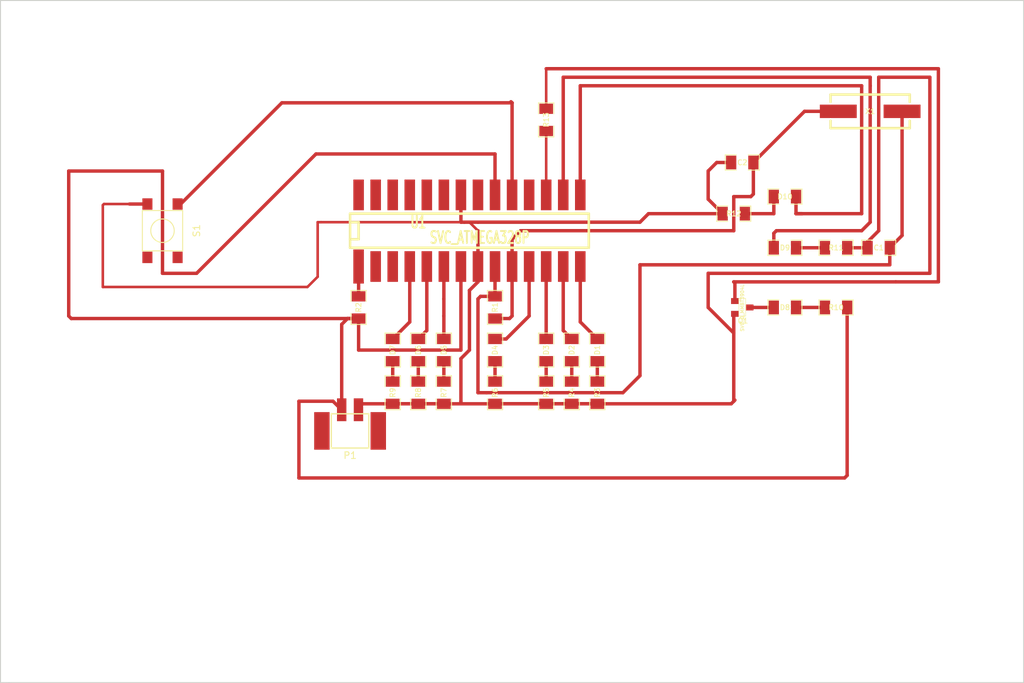
<source format=kicad_pcb>
(kicad_pcb (version 4) (host pcbnew 4.0.5+dfsg1-4)

  (general
    (links 49)
    (no_connects 0)
    (area 25.324999 25.324999 177.875001 127.075001)
    (thickness 1.6)
    (drawings 5)
    (tracks 161)
    (zones 0)
    (modules 30)
    (nets 41)
  )

  (page USLetter)
  (title_block
    (title "Nathan Rizza")
  )

  (layers
    (0 F.Cu signal)
    (31 B.Cu signal)
    (37 F.SilkS user)
    (44 Edge.Cuts user)
  )

  (setup
    (last_trace_width 0.381)
    (user_trace_width 0.508)
    (user_trace_width 0.762)
    (trace_clearance 0.2)
    (zone_clearance 0.508)
    (zone_45_only yes)
    (trace_min 0.2)
    (segment_width 0.2)
    (edge_width 0.15)
    (via_size 0.5842)
    (via_drill 0.381)
    (via_min_size 0.4)
    (via_min_drill 0.3)
    (uvia_size 0.3)
    (uvia_drill 0.1)
    (uvias_allowed no)
    (uvia_min_size 0)
    (uvia_min_drill 0)
    (pcb_text_width 0.3)
    (pcb_text_size 1.5 1.5)
    (mod_edge_width 0.15)
    (mod_text_size 1 1)
    (mod_text_width 0.15)
    (pad_size 1.524 1.524)
    (pad_drill 0.762)
    (pad_to_mask_clearance 0.2)
    (aux_axis_origin 0 0)
    (visible_elements 7FFFFFFF)
    (pcbplotparams
      (layerselection 0x00000_00000001)
      (usegerberextensions false)
      (excludeedgelayer true)
      (linewidth 0.100000)
      (plotframeref false)
      (viasonmask false)
      (mode 1)
      (useauxorigin false)
      (hpglpennumber 1)
      (hpglpenspeed 20)
      (hpglpendiameter 15)
      (hpglpenoverlay 2)
      (psnegative false)
      (psa4output false)
      (plotreference true)
      (plotvalue true)
      (plotinvisibletext false)
      (padsonsilk false)
      (subtractmaskfromsilk false)
      (outputformat 4)
      (mirror false)
      (drillshape 2)
      (scaleselection 1)
      (outputdirectory ""))
  )

  (net 0 "")
  (net 1 GND)
  (net 2 "Net-(C1-Pad2)")
  (net 3 "Net-(C2-Pad2)")
  (net 4 "Net-(D1-Pad1)")
  (net 5 "Net-(D1-Pad2)")
  (net 6 "Net-(D2-Pad1)")
  (net 7 "Net-(D2-Pad2)")
  (net 8 "Net-(D3-Pad1)")
  (net 9 "Net-(D3-Pad2)")
  (net 10 "Net-(D4-Pad1)")
  (net 11 "Net-(D4-Pad2)")
  (net 12 "Net-(D5-Pad1)")
  (net 13 "Net-(D5-Pad2)")
  (net 14 "Net-(D6-Pad1)")
  (net 15 "Net-(D6-Pad2)")
  (net 16 "Net-(D7-Pad1)")
  (net 17 "Net-(D7-Pad2)")
  (net 18 "Net-(D8-Pad1)")
  (net 19 "Net-(D8-Pad2)")
  (net 20 "Net-(D9-Pad1)")
  (net 21 "Net-(D9-Pad2)")
  (net 22 "Net-(D10-Pad1)")
  (net 23 "Net-(D10-Pad2)")
  (net 24 VCC)
  (net 25 "Net-(Q1-Pad1)")
  (net 26 "Net-(R2-Pad1)")
  (net 27 "Net-(S1-Pad4)")
  (net 28 "Net-(S1-Pad1)")
  (net 29 "Net-(S1-Pad3)")
  (net 30 "Net-(U1-Pad2)")
  (net 31 "Net-(U1-Pad3)")
  (net 32 "Net-(U1-Pad18)")
  (net 33 "Net-(U1-Pad21)")
  (net 34 "Net-(U1-Pad23)")
  (net 35 "Net-(U1-Pad24)")
  (net 36 "Net-(U1-Pad25)")
  (net 37 "Net-(U1-Pad26)")
  (net 38 "Net-(U1-Pad27)")
  (net 39 "Net-(U1-Pad28)")
  (net 40 "Net-(R13-Pad2)")

  (net_class Default "This is the default net class."
    (clearance 0.2)
    (trace_width 0.381)
    (via_dia 0.5842)
    (via_drill 0.381)
    (uvia_dia 0.3)
    (uvia_drill 0.1)
    (add_net GND)
    (add_net "Net-(C1-Pad2)")
    (add_net "Net-(C2-Pad2)")
    (add_net "Net-(D1-Pad1)")
    (add_net "Net-(D1-Pad2)")
    (add_net "Net-(D10-Pad1)")
    (add_net "Net-(D10-Pad2)")
    (add_net "Net-(D2-Pad1)")
    (add_net "Net-(D2-Pad2)")
    (add_net "Net-(D3-Pad1)")
    (add_net "Net-(D3-Pad2)")
    (add_net "Net-(D4-Pad1)")
    (add_net "Net-(D4-Pad2)")
    (add_net "Net-(D5-Pad1)")
    (add_net "Net-(D5-Pad2)")
    (add_net "Net-(D6-Pad1)")
    (add_net "Net-(D6-Pad2)")
    (add_net "Net-(D7-Pad1)")
    (add_net "Net-(D7-Pad2)")
    (add_net "Net-(D8-Pad1)")
    (add_net "Net-(D8-Pad2)")
    (add_net "Net-(D9-Pad1)")
    (add_net "Net-(D9-Pad2)")
    (add_net "Net-(Q1-Pad1)")
    (add_net "Net-(R13-Pad2)")
    (add_net "Net-(R2-Pad1)")
    (add_net "Net-(S1-Pad1)")
    (add_net "Net-(S1-Pad3)")
    (add_net "Net-(S1-Pad4)")
    (add_net "Net-(U1-Pad18)")
    (add_net "Net-(U1-Pad2)")
    (add_net "Net-(U1-Pad21)")
    (add_net "Net-(U1-Pad23)")
    (add_net "Net-(U1-Pad24)")
    (add_net "Net-(U1-Pad25)")
    (add_net "Net-(U1-Pad26)")
    (add_net "Net-(U1-Pad27)")
    (add_net "Net-(U1-Pad28)")
    (add_net "Net-(U1-Pad3)")
    (add_net VCC)
  )

  (module Electronics_Lab_Footprints:SM1206 (layer F.Cu) (tedit 42806E24) (tstamp 5B8D3768)
    (at 156.21 62.23)
    (path /5DC353A8)
    (attr smd)
    (fp_text reference C1 (at 0 0) (layer F.SilkS)
      (effects (font (size 0.762 0.762) (thickness 0.127)))
    )
    (fp_text value 22p (at 0 0) (layer F.SilkS) hide
      (effects (font (size 0.762 0.762) (thickness 0.127)))
    )
    (fp_line (start -2.54 -1.143) (end -2.54 1.143) (layer F.SilkS) (width 0.127))
    (fp_line (start -2.54 1.143) (end -0.889 1.143) (layer F.SilkS) (width 0.127))
    (fp_line (start 0.889 -1.143) (end 2.54 -1.143) (layer F.SilkS) (width 0.127))
    (fp_line (start 2.54 -1.143) (end 2.54 1.143) (layer F.SilkS) (width 0.127))
    (fp_line (start 2.54 1.143) (end 0.889 1.143) (layer F.SilkS) (width 0.127))
    (fp_line (start -0.889 -1.143) (end -2.54 -1.143) (layer F.SilkS) (width 0.127))
    (pad 1 smd rect (at -1.651 0) (size 1.524 2.032) (layers F.Cu)
      (net 1 GND))
    (pad 2 smd rect (at 1.651 0) (size 1.524 2.032) (layers F.Cu)
      (net 2 "Net-(C1-Pad2)"))
    (model smd/chip_cms.wrl
      (at (xyz 0 0 0))
      (scale (xyz 0.17 0.16 0.16))
      (rotate (xyz 0 0 0))
    )
  )

  (module Electronics_Lab_Footprints:SM1206 (layer F.Cu) (tedit 42806E24) (tstamp 5B8D376E)
    (at 135.89 49.53)
    (path /5DC35422)
    (attr smd)
    (fp_text reference C2 (at 0 0) (layer F.SilkS)
      (effects (font (size 0.762 0.762) (thickness 0.127)))
    )
    (fp_text value 22p (at 0 0) (layer F.SilkS) hide
      (effects (font (size 0.762 0.762) (thickness 0.127)))
    )
    (fp_line (start -2.54 -1.143) (end -2.54 1.143) (layer F.SilkS) (width 0.127))
    (fp_line (start -2.54 1.143) (end -0.889 1.143) (layer F.SilkS) (width 0.127))
    (fp_line (start 0.889 -1.143) (end 2.54 -1.143) (layer F.SilkS) (width 0.127))
    (fp_line (start 2.54 -1.143) (end 2.54 1.143) (layer F.SilkS) (width 0.127))
    (fp_line (start 2.54 1.143) (end 0.889 1.143) (layer F.SilkS) (width 0.127))
    (fp_line (start -0.889 -1.143) (end -2.54 -1.143) (layer F.SilkS) (width 0.127))
    (pad 1 smd rect (at -1.651 0) (size 1.524 2.032) (layers F.Cu)
      (net 1 GND))
    (pad 2 smd rect (at 1.651 0) (size 1.524 2.032) (layers F.Cu)
      (net 3 "Net-(C2-Pad2)"))
    (model smd/chip_cms.wrl
      (at (xyz 0 0 0))
      (scale (xyz 0.17 0.16 0.16))
      (rotate (xyz 0 0 0))
    )
  )

  (module Electronics_Lab_Footprints:SM1206 (layer F.Cu) (tedit 42806E24) (tstamp 5B8D3774)
    (at 114.3 77.47 270)
    (path /5DC23590)
    (attr smd)
    (fp_text reference D1 (at 0 0 270) (layer F.SilkS)
      (effects (font (size 0.762 0.762) (thickness 0.127)))
    )
    (fp_text value SVC_LED (at 0 0 270) (layer F.SilkS) hide
      (effects (font (size 0.762 0.762) (thickness 0.127)))
    )
    (fp_line (start -2.54 -1.143) (end -2.54 1.143) (layer F.SilkS) (width 0.127))
    (fp_line (start -2.54 1.143) (end -0.889 1.143) (layer F.SilkS) (width 0.127))
    (fp_line (start 0.889 -1.143) (end 2.54 -1.143) (layer F.SilkS) (width 0.127))
    (fp_line (start 2.54 -1.143) (end 2.54 1.143) (layer F.SilkS) (width 0.127))
    (fp_line (start 2.54 1.143) (end 0.889 1.143) (layer F.SilkS) (width 0.127))
    (fp_line (start -0.889 -1.143) (end -2.54 -1.143) (layer F.SilkS) (width 0.127))
    (pad 1 smd rect (at -1.651 0 270) (size 1.524 2.032) (layers F.Cu)
      (net 4 "Net-(D1-Pad1)"))
    (pad 2 smd rect (at 1.651 0 270) (size 1.524 2.032) (layers F.Cu)
      (net 5 "Net-(D1-Pad2)"))
    (model smd/chip_cms.wrl
      (at (xyz 0 0 0))
      (scale (xyz 0.17 0.16 0.16))
      (rotate (xyz 0 0 0))
    )
  )

  (module Electronics_Lab_Footprints:SM1206 (layer F.Cu) (tedit 42806E24) (tstamp 5B8D377A)
    (at 110.49 77.47 270)
    (path /5DC235CA)
    (attr smd)
    (fp_text reference D2 (at 0 0 270) (layer F.SilkS)
      (effects (font (size 0.762 0.762) (thickness 0.127)))
    )
    (fp_text value SVC_LED (at 0 0 270) (layer F.SilkS) hide
      (effects (font (size 0.762 0.762) (thickness 0.127)))
    )
    (fp_line (start -2.54 -1.143) (end -2.54 1.143) (layer F.SilkS) (width 0.127))
    (fp_line (start -2.54 1.143) (end -0.889 1.143) (layer F.SilkS) (width 0.127))
    (fp_line (start 0.889 -1.143) (end 2.54 -1.143) (layer F.SilkS) (width 0.127))
    (fp_line (start 2.54 -1.143) (end 2.54 1.143) (layer F.SilkS) (width 0.127))
    (fp_line (start 2.54 1.143) (end 0.889 1.143) (layer F.SilkS) (width 0.127))
    (fp_line (start -0.889 -1.143) (end -2.54 -1.143) (layer F.SilkS) (width 0.127))
    (pad 1 smd rect (at -1.651 0 270) (size 1.524 2.032) (layers F.Cu)
      (net 6 "Net-(D2-Pad1)"))
    (pad 2 smd rect (at 1.651 0 270) (size 1.524 2.032) (layers F.Cu)
      (net 7 "Net-(D2-Pad2)"))
    (model smd/chip_cms.wrl
      (at (xyz 0 0 0))
      (scale (xyz 0.17 0.16 0.16))
      (rotate (xyz 0 0 0))
    )
  )

  (module Electronics_Lab_Footprints:SM1206 (layer F.Cu) (tedit 42806E24) (tstamp 5B8D3780)
    (at 106.68 77.47 270)
    (path /5DC2360B)
    (attr smd)
    (fp_text reference D3 (at 0 0 270) (layer F.SilkS)
      (effects (font (size 0.762 0.762) (thickness 0.127)))
    )
    (fp_text value SVC_LED (at 0 0 270) (layer F.SilkS) hide
      (effects (font (size 0.762 0.762) (thickness 0.127)))
    )
    (fp_line (start -2.54 -1.143) (end -2.54 1.143) (layer F.SilkS) (width 0.127))
    (fp_line (start -2.54 1.143) (end -0.889 1.143) (layer F.SilkS) (width 0.127))
    (fp_line (start 0.889 -1.143) (end 2.54 -1.143) (layer F.SilkS) (width 0.127))
    (fp_line (start 2.54 -1.143) (end 2.54 1.143) (layer F.SilkS) (width 0.127))
    (fp_line (start 2.54 1.143) (end 0.889 1.143) (layer F.SilkS) (width 0.127))
    (fp_line (start -0.889 -1.143) (end -2.54 -1.143) (layer F.SilkS) (width 0.127))
    (pad 1 smd rect (at -1.651 0 270) (size 1.524 2.032) (layers F.Cu)
      (net 8 "Net-(D3-Pad1)"))
    (pad 2 smd rect (at 1.651 0 270) (size 1.524 2.032) (layers F.Cu)
      (net 9 "Net-(D3-Pad2)"))
    (model smd/chip_cms.wrl
      (at (xyz 0 0 0))
      (scale (xyz 0.17 0.16 0.16))
      (rotate (xyz 0 0 0))
    )
  )

  (module Electronics_Lab_Footprints:SM1206 (layer F.Cu) (tedit 42806E24) (tstamp 5B8D3786)
    (at 99.06 77.47 270)
    (path /5DC236EE)
    (attr smd)
    (fp_text reference D4 (at 0 0 270) (layer F.SilkS)
      (effects (font (size 0.762 0.762) (thickness 0.127)))
    )
    (fp_text value SVC_LED (at 0 0 270) (layer F.SilkS) hide
      (effects (font (size 0.762 0.762) (thickness 0.127)))
    )
    (fp_line (start -2.54 -1.143) (end -2.54 1.143) (layer F.SilkS) (width 0.127))
    (fp_line (start -2.54 1.143) (end -0.889 1.143) (layer F.SilkS) (width 0.127))
    (fp_line (start 0.889 -1.143) (end 2.54 -1.143) (layer F.SilkS) (width 0.127))
    (fp_line (start 2.54 -1.143) (end 2.54 1.143) (layer F.SilkS) (width 0.127))
    (fp_line (start 2.54 1.143) (end 0.889 1.143) (layer F.SilkS) (width 0.127))
    (fp_line (start -0.889 -1.143) (end -2.54 -1.143) (layer F.SilkS) (width 0.127))
    (pad 1 smd rect (at -1.651 0 270) (size 1.524 2.032) (layers F.Cu)
      (net 10 "Net-(D4-Pad1)"))
    (pad 2 smd rect (at 1.651 0 270) (size 1.524 2.032) (layers F.Cu)
      (net 11 "Net-(D4-Pad2)"))
    (model smd/chip_cms.wrl
      (at (xyz 0 0 0))
      (scale (xyz 0.17 0.16 0.16))
      (rotate (xyz 0 0 0))
    )
  )

  (module Electronics_Lab_Footprints:SM1206 (layer F.Cu) (tedit 5B8D3C64) (tstamp 5B8D378C)
    (at 91.44 77.47 270)
    (path /5DC23711)
    (attr smd)
    (fp_text reference D5 (at 0 0 270) (layer F.SilkS)
      (effects (font (size 0.762 0.762) (thickness 0.127)))
    )
    (fp_text value SVC_LED (at 0 0 360) (layer F.SilkS) hide
      (effects (font (size 0.762 0.762) (thickness 0.127)))
    )
    (fp_line (start -2.54 -1.143) (end -2.54 1.143) (layer F.SilkS) (width 0.127))
    (fp_line (start -2.54 1.143) (end -0.889 1.143) (layer F.SilkS) (width 0.127))
    (fp_line (start 0.889 -1.143) (end 2.54 -1.143) (layer F.SilkS) (width 0.127))
    (fp_line (start 2.54 -1.143) (end 2.54 1.143) (layer F.SilkS) (width 0.127))
    (fp_line (start 2.54 1.143) (end 0.889 1.143) (layer F.SilkS) (width 0.127))
    (fp_line (start -0.889 -1.143) (end -2.54 -1.143) (layer F.SilkS) (width 0.127))
    (pad 1 smd rect (at -1.651 0 270) (size 1.524 2.032) (layers F.Cu)
      (net 12 "Net-(D5-Pad1)"))
    (pad 2 smd rect (at 1.651 0 270) (size 1.524 2.032) (layers F.Cu)
      (net 13 "Net-(D5-Pad2)"))
    (model smd/chip_cms.wrl
      (at (xyz 0 0 0))
      (scale (xyz 0.17 0.16 0.16))
      (rotate (xyz 0 0 0))
    )
  )

  (module Electronics_Lab_Footprints:SM1206 (layer F.Cu) (tedit 42806E24) (tstamp 5B8D3792)
    (at 87.63 77.47 270)
    (path /5DC23737)
    (attr smd)
    (fp_text reference D6 (at 0 0 270) (layer F.SilkS)
      (effects (font (size 0.762 0.762) (thickness 0.127)))
    )
    (fp_text value SVC_LED (at 0 0 270) (layer F.SilkS) hide
      (effects (font (size 0.762 0.762) (thickness 0.127)))
    )
    (fp_line (start -2.54 -1.143) (end -2.54 1.143) (layer F.SilkS) (width 0.127))
    (fp_line (start -2.54 1.143) (end -0.889 1.143) (layer F.SilkS) (width 0.127))
    (fp_line (start 0.889 -1.143) (end 2.54 -1.143) (layer F.SilkS) (width 0.127))
    (fp_line (start 2.54 -1.143) (end 2.54 1.143) (layer F.SilkS) (width 0.127))
    (fp_line (start 2.54 1.143) (end 0.889 1.143) (layer F.SilkS) (width 0.127))
    (fp_line (start -0.889 -1.143) (end -2.54 -1.143) (layer F.SilkS) (width 0.127))
    (pad 1 smd rect (at -1.651 0 270) (size 1.524 2.032) (layers F.Cu)
      (net 14 "Net-(D6-Pad1)"))
    (pad 2 smd rect (at 1.651 0 270) (size 1.524 2.032) (layers F.Cu)
      (net 15 "Net-(D6-Pad2)"))
    (model smd/chip_cms.wrl
      (at (xyz 0 0 0))
      (scale (xyz 0.17 0.16 0.16))
      (rotate (xyz 0 0 0))
    )
  )

  (module Electronics_Lab_Footprints:SM1206 (layer F.Cu) (tedit 42806E24) (tstamp 5B8D3798)
    (at 83.82 77.47 270)
    (path /5DC237BA)
    (attr smd)
    (fp_text reference D7 (at 0 0 270) (layer F.SilkS)
      (effects (font (size 0.762 0.762) (thickness 0.127)))
    )
    (fp_text value SVC_LED (at 0 0 270) (layer F.SilkS) hide
      (effects (font (size 0.762 0.762) (thickness 0.127)))
    )
    (fp_line (start -2.54 -1.143) (end -2.54 1.143) (layer F.SilkS) (width 0.127))
    (fp_line (start -2.54 1.143) (end -0.889 1.143) (layer F.SilkS) (width 0.127))
    (fp_line (start 0.889 -1.143) (end 2.54 -1.143) (layer F.SilkS) (width 0.127))
    (fp_line (start 2.54 -1.143) (end 2.54 1.143) (layer F.SilkS) (width 0.127))
    (fp_line (start 2.54 1.143) (end 0.889 1.143) (layer F.SilkS) (width 0.127))
    (fp_line (start -0.889 -1.143) (end -2.54 -1.143) (layer F.SilkS) (width 0.127))
    (pad 1 smd rect (at -1.651 0 270) (size 1.524 2.032) (layers F.Cu)
      (net 16 "Net-(D7-Pad1)"))
    (pad 2 smd rect (at 1.651 0 270) (size 1.524 2.032) (layers F.Cu)
      (net 17 "Net-(D7-Pad2)"))
    (model smd/chip_cms.wrl
      (at (xyz 0 0 0))
      (scale (xyz 0.17 0.16 0.16))
      (rotate (xyz 0 0 0))
    )
  )

  (module Electronics_Lab_Footprints:SM1206 (layer F.Cu) (tedit 42806E24) (tstamp 5B8D379E)
    (at 142.24 71.12 180)
    (path /5DC3853F)
    (attr smd)
    (fp_text reference D8 (at 0 0 180) (layer F.SilkS)
      (effects (font (size 0.762 0.762) (thickness 0.127)))
    )
    (fp_text value SVC_LED (at 0 0 180) (layer F.SilkS) hide
      (effects (font (size 0.762 0.762) (thickness 0.127)))
    )
    (fp_line (start -2.54 -1.143) (end -2.54 1.143) (layer F.SilkS) (width 0.127))
    (fp_line (start -2.54 1.143) (end -0.889 1.143) (layer F.SilkS) (width 0.127))
    (fp_line (start 0.889 -1.143) (end 2.54 -1.143) (layer F.SilkS) (width 0.127))
    (fp_line (start 2.54 -1.143) (end 2.54 1.143) (layer F.SilkS) (width 0.127))
    (fp_line (start 2.54 1.143) (end 0.889 1.143) (layer F.SilkS) (width 0.127))
    (fp_line (start -0.889 -1.143) (end -2.54 -1.143) (layer F.SilkS) (width 0.127))
    (pad 1 smd rect (at -1.651 0 180) (size 1.524 2.032) (layers F.Cu)
      (net 18 "Net-(D8-Pad1)"))
    (pad 2 smd rect (at 1.651 0 180) (size 1.524 2.032) (layers F.Cu)
      (net 19 "Net-(D8-Pad2)"))
    (model smd/chip_cms.wrl
      (at (xyz 0 0 0))
      (scale (xyz 0.17 0.16 0.16))
      (rotate (xyz 0 0 0))
    )
  )

  (module Electronics_Lab_Footprints:SM1206 (layer F.Cu) (tedit 42806E24) (tstamp 5B8D37A4)
    (at 142.24 62.23)
    (path /5DC38545)
    (attr smd)
    (fp_text reference D9 (at 0 0) (layer F.SilkS)
      (effects (font (size 0.762 0.762) (thickness 0.127)))
    )
    (fp_text value SVC_LED (at 0 0) (layer F.SilkS) hide
      (effects (font (size 0.762 0.762) (thickness 0.127)))
    )
    (fp_line (start -2.54 -1.143) (end -2.54 1.143) (layer F.SilkS) (width 0.127))
    (fp_line (start -2.54 1.143) (end -0.889 1.143) (layer F.SilkS) (width 0.127))
    (fp_line (start 0.889 -1.143) (end 2.54 -1.143) (layer F.SilkS) (width 0.127))
    (fp_line (start 2.54 -1.143) (end 2.54 1.143) (layer F.SilkS) (width 0.127))
    (fp_line (start 2.54 1.143) (end 0.889 1.143) (layer F.SilkS) (width 0.127))
    (fp_line (start -0.889 -1.143) (end -2.54 -1.143) (layer F.SilkS) (width 0.127))
    (pad 1 smd rect (at -1.651 0) (size 1.524 2.032) (layers F.Cu)
      (net 20 "Net-(D9-Pad1)"))
    (pad 2 smd rect (at 1.651 0) (size 1.524 2.032) (layers F.Cu)
      (net 21 "Net-(D9-Pad2)"))
    (model smd/chip_cms.wrl
      (at (xyz 0 0 0))
      (scale (xyz 0.17 0.16 0.16))
      (rotate (xyz 0 0 0))
    )
  )

  (module Electronics_Lab_Footprints:SM1206 (layer F.Cu) (tedit 42806E24) (tstamp 5B8D37AA)
    (at 142.24 54.61 180)
    (path /5DC3854B)
    (attr smd)
    (fp_text reference D10 (at 0 0 180) (layer F.SilkS)
      (effects (font (size 0.762 0.762) (thickness 0.127)))
    )
    (fp_text value SVC_LED (at 0 0 180) (layer F.SilkS) hide
      (effects (font (size 0.762 0.762) (thickness 0.127)))
    )
    (fp_line (start -2.54 -1.143) (end -2.54 1.143) (layer F.SilkS) (width 0.127))
    (fp_line (start -2.54 1.143) (end -0.889 1.143) (layer F.SilkS) (width 0.127))
    (fp_line (start 0.889 -1.143) (end 2.54 -1.143) (layer F.SilkS) (width 0.127))
    (fp_line (start 2.54 -1.143) (end 2.54 1.143) (layer F.SilkS) (width 0.127))
    (fp_line (start 2.54 1.143) (end 0.889 1.143) (layer F.SilkS) (width 0.127))
    (fp_line (start -0.889 -1.143) (end -2.54 -1.143) (layer F.SilkS) (width 0.127))
    (pad 1 smd rect (at -1.651 0 180) (size 1.524 2.032) (layers F.Cu)
      (net 22 "Net-(D10-Pad1)"))
    (pad 2 smd rect (at 1.651 0 180) (size 1.524 2.032) (layers F.Cu)
      (net 23 "Net-(D10-Pad2)"))
    (model smd/chip_cms.wrl
      (at (xyz 0 0 0))
      (scale (xyz 0.17 0.16 0.16))
      (rotate (xyz 0 0 0))
    )
  )

  (module Electronics_Lab_Footprints:2-PIN-Power (layer F.Cu) (tedit 5936FAE5) (tstamp 5B8D37B2)
    (at 77.47 86.36)
    (path /5DC35F6B)
    (fp_text reference P1 (at 0 6.8) (layer F.SilkS)
      (effects (font (size 1 1) (thickness 0.15)))
    )
    (fp_text value SVC_CONN_2PIN (at 0.1 -2.7) (layer F.Fab)
      (effects (font (size 1 1) (thickness 0.15)))
    )
    (fp_line (start -2.8 0.6) (end 2.8 0.6) (layer F.SilkS) (width 0.2))
    (fp_line (start 2.8 0.6) (end 2.8 5.7) (layer F.SilkS) (width 0.2))
    (fp_line (start 2.8 5.7) (end -2.8 5.7) (layer F.SilkS) (width 0.2))
    (fp_line (start -2.8 5.7) (end -2.8 0.6) (layer F.SilkS) (width 0.2))
    (pad "" smd rect (at -4.2 3.15) (size 2.3 5.6) (layers F.Cu))
    (pad 1 smd rect (at -1.25 0) (size 1.4 3.4) (layers F.Cu)
      (net 24 VCC))
    (pad 2 smd rect (at 1.25 0) (size 1.4 3.4) (layers F.Cu)
      (net 1 GND))
    (pad "" smd rect (at 4.2 3.15) (size 2.3 5.6) (layers F.Cu))
  )

  (module Electronics_Lab_Footprints:SOT23 (layer F.Cu) (tedit 59023715) (tstamp 5B8D37B9)
    (at 135.89 71.12 270)
    (tags SOT23)
    (path /5DC44377)
    (fp_text reference Q1 (at 1.99898 -0.09906 360) (layer F.SilkS)
      (effects (font (size 0.762 0.762) (thickness 0.11938)))
    )
    (fp_text value SVC_Q_MMBT3904L (at 0.0635 0 270) (layer F.SilkS)
      (effects (font (size 0.50038 0.50038) (thickness 0.09906)))
    )
    (fp_circle (center -1.17602 0.35052) (end -1.30048 0.44958) (layer F.SilkS) (width 0.07874))
    (fp_line (start 1.27 -0.508) (end 1.27 0.508) (layer F.SilkS) (width 0.07874))
    (fp_line (start -1.3335 -0.508) (end -1.3335 0.508) (layer F.SilkS) (width 0.07874))
    (fp_line (start 1.27 0.508) (end -1.3335 0.508) (layer F.SilkS) (width 0.07874))
    (fp_line (start -1.3335 -0.508) (end 1.27 -0.508) (layer F.SilkS) (width 0.07874))
    (pad 3 smd rect (at 0 -1.09982 270) (size 0.889 1.143) (layers F.Cu)
      (net 19 "Net-(D8-Pad2)"))
    (pad 2 smd rect (at 0.9525 1.09982 270) (size 0.889 1.143) (layers F.Cu)
      (net 1 GND))
    (pad 1 smd rect (at -0.9525 1.09982 270) (size 0.889 1.143) (layers F.Cu)
      (net 25 "Net-(Q1-Pad1)"))
    (model smd\SOT23_3.wrl
      (at (xyz 0 0 0))
      (scale (xyz 0.4 0.4 0.4))
      (rotate (xyz 0 0 180))
    )
  )

  (module Electronics_Lab_Footprints:SM1206 (layer F.Cu) (tedit 42806E24) (tstamp 5B8D37BF)
    (at 99.06 71.12 270)
    (path /5DC357C4)
    (attr smd)
    (fp_text reference R1 (at 0 0 270) (layer F.SilkS)
      (effects (font (size 0.762 0.762) (thickness 0.127)))
    )
    (fp_text value 1M (at 0 0 270) (layer F.SilkS) hide
      (effects (font (size 0.762 0.762) (thickness 0.127)))
    )
    (fp_line (start -2.54 -1.143) (end -2.54 1.143) (layer F.SilkS) (width 0.127))
    (fp_line (start -2.54 1.143) (end -0.889 1.143) (layer F.SilkS) (width 0.127))
    (fp_line (start 0.889 -1.143) (end 2.54 -1.143) (layer F.SilkS) (width 0.127))
    (fp_line (start 2.54 -1.143) (end 2.54 1.143) (layer F.SilkS) (width 0.127))
    (fp_line (start 2.54 1.143) (end 0.889 1.143) (layer F.SilkS) (width 0.127))
    (fp_line (start -0.889 -1.143) (end -2.54 -1.143) (layer F.SilkS) (width 0.127))
    (pad 1 smd rect (at -1.651 0 270) (size 1.524 2.032) (layers F.Cu)
      (net 2 "Net-(C1-Pad2)"))
    (pad 2 smd rect (at 1.651 0 270) (size 1.524 2.032) (layers F.Cu)
      (net 3 "Net-(C2-Pad2)"))
    (model smd/chip_cms.wrl
      (at (xyz 0 0 0))
      (scale (xyz 0.17 0.16 0.16))
      (rotate (xyz 0 0 0))
    )
  )

  (module Electronics_Lab_Footprints:SM1206 (layer F.Cu) (tedit 42806E24) (tstamp 5B8D37C5)
    (at 78.74 71.12 270)
    (path /5DC34B66)
    (attr smd)
    (fp_text reference R2 (at 0 0 270) (layer F.SilkS)
      (effects (font (size 0.762 0.762) (thickness 0.127)))
    )
    (fp_text value 10k (at 0 0 270) (layer F.SilkS) hide
      (effects (font (size 0.762 0.762) (thickness 0.127)))
    )
    (fp_line (start -2.54 -1.143) (end -2.54 1.143) (layer F.SilkS) (width 0.127))
    (fp_line (start -2.54 1.143) (end -0.889 1.143) (layer F.SilkS) (width 0.127))
    (fp_line (start 0.889 -1.143) (end 2.54 -1.143) (layer F.SilkS) (width 0.127))
    (fp_line (start 2.54 -1.143) (end 2.54 1.143) (layer F.SilkS) (width 0.127))
    (fp_line (start 2.54 1.143) (end 0.889 1.143) (layer F.SilkS) (width 0.127))
    (fp_line (start -0.889 -1.143) (end -2.54 -1.143) (layer F.SilkS) (width 0.127))
    (pad 1 smd rect (at -1.651 0 270) (size 1.524 2.032) (layers F.Cu)
      (net 26 "Net-(R2-Pad1)"))
    (pad 2 smd rect (at 1.651 0 270) (size 1.524 2.032) (layers F.Cu)
      (net 24 VCC))
    (model smd/chip_cms.wrl
      (at (xyz 0 0 0))
      (scale (xyz 0.17 0.16 0.16))
      (rotate (xyz 0 0 0))
    )
  )

  (module Electronics_Lab_Footprints:SM1206 (layer F.Cu) (tedit 42806E24) (tstamp 5B8D37CB)
    (at 114.3 83.82 90)
    (path /5DC23CE1)
    (attr smd)
    (fp_text reference R3 (at 0 0 90) (layer F.SilkS)
      (effects (font (size 0.762 0.762) (thickness 0.127)))
    )
    (fp_text value 330 (at 0 0 90) (layer F.SilkS) hide
      (effects (font (size 0.762 0.762) (thickness 0.127)))
    )
    (fp_line (start -2.54 -1.143) (end -2.54 1.143) (layer F.SilkS) (width 0.127))
    (fp_line (start -2.54 1.143) (end -0.889 1.143) (layer F.SilkS) (width 0.127))
    (fp_line (start 0.889 -1.143) (end 2.54 -1.143) (layer F.SilkS) (width 0.127))
    (fp_line (start 2.54 -1.143) (end 2.54 1.143) (layer F.SilkS) (width 0.127))
    (fp_line (start 2.54 1.143) (end 0.889 1.143) (layer F.SilkS) (width 0.127))
    (fp_line (start -0.889 -1.143) (end -2.54 -1.143) (layer F.SilkS) (width 0.127))
    (pad 1 smd rect (at -1.651 0 90) (size 1.524 2.032) (layers F.Cu)
      (net 1 GND))
    (pad 2 smd rect (at 1.651 0 90) (size 1.524 2.032) (layers F.Cu)
      (net 5 "Net-(D1-Pad2)"))
    (model smd/chip_cms.wrl
      (at (xyz 0 0 0))
      (scale (xyz 0.17 0.16 0.16))
      (rotate (xyz 0 0 0))
    )
  )

  (module Electronics_Lab_Footprints:SM1206 (layer F.Cu) (tedit 42806E24) (tstamp 5B8D37D1)
    (at 110.49 83.82 90)
    (path /5DC342B0)
    (attr smd)
    (fp_text reference R4 (at 0 0 90) (layer F.SilkS)
      (effects (font (size 0.762 0.762) (thickness 0.127)))
    )
    (fp_text value 330 (at 0 0 90) (layer F.SilkS) hide
      (effects (font (size 0.762 0.762) (thickness 0.127)))
    )
    (fp_line (start -2.54 -1.143) (end -2.54 1.143) (layer F.SilkS) (width 0.127))
    (fp_line (start -2.54 1.143) (end -0.889 1.143) (layer F.SilkS) (width 0.127))
    (fp_line (start 0.889 -1.143) (end 2.54 -1.143) (layer F.SilkS) (width 0.127))
    (fp_line (start 2.54 -1.143) (end 2.54 1.143) (layer F.SilkS) (width 0.127))
    (fp_line (start 2.54 1.143) (end 0.889 1.143) (layer F.SilkS) (width 0.127))
    (fp_line (start -0.889 -1.143) (end -2.54 -1.143) (layer F.SilkS) (width 0.127))
    (pad 1 smd rect (at -1.651 0 90) (size 1.524 2.032) (layers F.Cu)
      (net 1 GND))
    (pad 2 smd rect (at 1.651 0 90) (size 1.524 2.032) (layers F.Cu)
      (net 7 "Net-(D2-Pad2)"))
    (model smd/chip_cms.wrl
      (at (xyz 0 0 0))
      (scale (xyz 0.17 0.16 0.16))
      (rotate (xyz 0 0 0))
    )
  )

  (module Electronics_Lab_Footprints:SM1206 (layer F.Cu) (tedit 42806E24) (tstamp 5B8D37D7)
    (at 106.68 83.82 90)
    (path /5DC3434C)
    (attr smd)
    (fp_text reference R5 (at 0 0 90) (layer F.SilkS)
      (effects (font (size 0.762 0.762) (thickness 0.127)))
    )
    (fp_text value 330 (at 0 0 90) (layer F.SilkS) hide
      (effects (font (size 0.762 0.762) (thickness 0.127)))
    )
    (fp_line (start -2.54 -1.143) (end -2.54 1.143) (layer F.SilkS) (width 0.127))
    (fp_line (start -2.54 1.143) (end -0.889 1.143) (layer F.SilkS) (width 0.127))
    (fp_line (start 0.889 -1.143) (end 2.54 -1.143) (layer F.SilkS) (width 0.127))
    (fp_line (start 2.54 -1.143) (end 2.54 1.143) (layer F.SilkS) (width 0.127))
    (fp_line (start 2.54 1.143) (end 0.889 1.143) (layer F.SilkS) (width 0.127))
    (fp_line (start -0.889 -1.143) (end -2.54 -1.143) (layer F.SilkS) (width 0.127))
    (pad 1 smd rect (at -1.651 0 90) (size 1.524 2.032) (layers F.Cu)
      (net 1 GND))
    (pad 2 smd rect (at 1.651 0 90) (size 1.524 2.032) (layers F.Cu)
      (net 9 "Net-(D3-Pad2)"))
    (model smd/chip_cms.wrl
      (at (xyz 0 0 0))
      (scale (xyz 0.17 0.16 0.16))
      (rotate (xyz 0 0 0))
    )
  )

  (module Electronics_Lab_Footprints:SM1206 (layer F.Cu) (tedit 42806E24) (tstamp 5B8D37DD)
    (at 99.06 83.82 90)
    (path /5DC34352)
    (attr smd)
    (fp_text reference R6 (at 0 0 90) (layer F.SilkS)
      (effects (font (size 0.762 0.762) (thickness 0.127)))
    )
    (fp_text value 330 (at 0 0 90) (layer F.SilkS) hide
      (effects (font (size 0.762 0.762) (thickness 0.127)))
    )
    (fp_line (start -2.54 -1.143) (end -2.54 1.143) (layer F.SilkS) (width 0.127))
    (fp_line (start -2.54 1.143) (end -0.889 1.143) (layer F.SilkS) (width 0.127))
    (fp_line (start 0.889 -1.143) (end 2.54 -1.143) (layer F.SilkS) (width 0.127))
    (fp_line (start 2.54 -1.143) (end 2.54 1.143) (layer F.SilkS) (width 0.127))
    (fp_line (start 2.54 1.143) (end 0.889 1.143) (layer F.SilkS) (width 0.127))
    (fp_line (start -0.889 -1.143) (end -2.54 -1.143) (layer F.SilkS) (width 0.127))
    (pad 1 smd rect (at -1.651 0 90) (size 1.524 2.032) (layers F.Cu)
      (net 1 GND))
    (pad 2 smd rect (at 1.651 0 90) (size 1.524 2.032) (layers F.Cu)
      (net 11 "Net-(D4-Pad2)"))
    (model smd/chip_cms.wrl
      (at (xyz 0 0 0))
      (scale (xyz 0.17 0.16 0.16))
      (rotate (xyz 0 0 0))
    )
  )

  (module Electronics_Lab_Footprints:SM1206 (layer F.Cu) (tedit 42806E24) (tstamp 5B8D37E3)
    (at 91.44 83.82 90)
    (path /5DC3447B)
    (attr smd)
    (fp_text reference R7 (at 0 0 90) (layer F.SilkS)
      (effects (font (size 0.762 0.762) (thickness 0.127)))
    )
    (fp_text value 330 (at 0 0 90) (layer F.SilkS) hide
      (effects (font (size 0.762 0.762) (thickness 0.127)))
    )
    (fp_line (start -2.54 -1.143) (end -2.54 1.143) (layer F.SilkS) (width 0.127))
    (fp_line (start -2.54 1.143) (end -0.889 1.143) (layer F.SilkS) (width 0.127))
    (fp_line (start 0.889 -1.143) (end 2.54 -1.143) (layer F.SilkS) (width 0.127))
    (fp_line (start 2.54 -1.143) (end 2.54 1.143) (layer F.SilkS) (width 0.127))
    (fp_line (start 2.54 1.143) (end 0.889 1.143) (layer F.SilkS) (width 0.127))
    (fp_line (start -0.889 -1.143) (end -2.54 -1.143) (layer F.SilkS) (width 0.127))
    (pad 1 smd rect (at -1.651 0 90) (size 1.524 2.032) (layers F.Cu)
      (net 1 GND))
    (pad 2 smd rect (at 1.651 0 90) (size 1.524 2.032) (layers F.Cu)
      (net 13 "Net-(D5-Pad2)"))
    (model smd/chip_cms.wrl
      (at (xyz 0 0 0))
      (scale (xyz 0.17 0.16 0.16))
      (rotate (xyz 0 0 0))
    )
  )

  (module Electronics_Lab_Footprints:SM1206 (layer F.Cu) (tedit 42806E24) (tstamp 5B8D37E9)
    (at 87.63 83.82 90)
    (path /5DC34481)
    (attr smd)
    (fp_text reference R8 (at 0 0 90) (layer F.SilkS)
      (effects (font (size 0.762 0.762) (thickness 0.127)))
    )
    (fp_text value 330 (at 0 0 90) (layer F.SilkS) hide
      (effects (font (size 0.762 0.762) (thickness 0.127)))
    )
    (fp_line (start -2.54 -1.143) (end -2.54 1.143) (layer F.SilkS) (width 0.127))
    (fp_line (start -2.54 1.143) (end -0.889 1.143) (layer F.SilkS) (width 0.127))
    (fp_line (start 0.889 -1.143) (end 2.54 -1.143) (layer F.SilkS) (width 0.127))
    (fp_line (start 2.54 -1.143) (end 2.54 1.143) (layer F.SilkS) (width 0.127))
    (fp_line (start 2.54 1.143) (end 0.889 1.143) (layer F.SilkS) (width 0.127))
    (fp_line (start -0.889 -1.143) (end -2.54 -1.143) (layer F.SilkS) (width 0.127))
    (pad 1 smd rect (at -1.651 0 90) (size 1.524 2.032) (layers F.Cu)
      (net 1 GND))
    (pad 2 smd rect (at 1.651 0 90) (size 1.524 2.032) (layers F.Cu)
      (net 15 "Net-(D6-Pad2)"))
    (model smd/chip_cms.wrl
      (at (xyz 0 0 0))
      (scale (xyz 0.17 0.16 0.16))
      (rotate (xyz 0 0 0))
    )
  )

  (module Electronics_Lab_Footprints:SM1206 (layer F.Cu) (tedit 42806E24) (tstamp 5B8D37EF)
    (at 83.82 83.82 90)
    (path /5DC3450C)
    (attr smd)
    (fp_text reference R9 (at 0 0 90) (layer F.SilkS)
      (effects (font (size 0.762 0.762) (thickness 0.127)))
    )
    (fp_text value 330 (at 0 0 90) (layer F.SilkS) hide
      (effects (font (size 0.762 0.762) (thickness 0.127)))
    )
    (fp_line (start -2.54 -1.143) (end -2.54 1.143) (layer F.SilkS) (width 0.127))
    (fp_line (start -2.54 1.143) (end -0.889 1.143) (layer F.SilkS) (width 0.127))
    (fp_line (start 0.889 -1.143) (end 2.54 -1.143) (layer F.SilkS) (width 0.127))
    (fp_line (start 2.54 -1.143) (end 2.54 1.143) (layer F.SilkS) (width 0.127))
    (fp_line (start 2.54 1.143) (end 0.889 1.143) (layer F.SilkS) (width 0.127))
    (fp_line (start -0.889 -1.143) (end -2.54 -1.143) (layer F.SilkS) (width 0.127))
    (pad 1 smd rect (at -1.651 0 90) (size 1.524 2.032) (layers F.Cu)
      (net 1 GND))
    (pad 2 smd rect (at 1.651 0 90) (size 1.524 2.032) (layers F.Cu)
      (net 17 "Net-(D7-Pad2)"))
    (model smd/chip_cms.wrl
      (at (xyz 0 0 0))
      (scale (xyz 0.17 0.16 0.16))
      (rotate (xyz 0 0 0))
    )
  )

  (module Electronics_Lab_Footprints:SM1206 (layer F.Cu) (tedit 42806E24) (tstamp 5B8D37F5)
    (at 149.86 71.12)
    (path /5DC38551)
    (attr smd)
    (fp_text reference R10 (at 0 0) (layer F.SilkS)
      (effects (font (size 0.762 0.762) (thickness 0.127)))
    )
    (fp_text value 330 (at 0 0) (layer F.SilkS) hide
      (effects (font (size 0.762 0.762) (thickness 0.127)))
    )
    (fp_line (start -2.54 -1.143) (end -2.54 1.143) (layer F.SilkS) (width 0.127))
    (fp_line (start -2.54 1.143) (end -0.889 1.143) (layer F.SilkS) (width 0.127))
    (fp_line (start 0.889 -1.143) (end 2.54 -1.143) (layer F.SilkS) (width 0.127))
    (fp_line (start 2.54 -1.143) (end 2.54 1.143) (layer F.SilkS) (width 0.127))
    (fp_line (start 2.54 1.143) (end 0.889 1.143) (layer F.SilkS) (width 0.127))
    (fp_line (start -0.889 -1.143) (end -2.54 -1.143) (layer F.SilkS) (width 0.127))
    (pad 1 smd rect (at -1.651 0) (size 1.524 2.032) (layers F.Cu)
      (net 18 "Net-(D8-Pad1)"))
    (pad 2 smd rect (at 1.651 0) (size 1.524 2.032) (layers F.Cu)
      (net 24 VCC))
    (model smd/chip_cms.wrl
      (at (xyz 0 0 0))
      (scale (xyz 0.17 0.16 0.16))
      (rotate (xyz 0 0 0))
    )
  )

  (module Electronics_Lab_Footprints:SM1206 (layer F.Cu) (tedit 42806E24) (tstamp 5B8D37FB)
    (at 149.86 62.23 180)
    (path /5DC38557)
    (attr smd)
    (fp_text reference R11 (at 0 0 180) (layer F.SilkS)
      (effects (font (size 0.762 0.762) (thickness 0.127)))
    )
    (fp_text value 330 (at 0 0 180) (layer F.SilkS) hide
      (effects (font (size 0.762 0.762) (thickness 0.127)))
    )
    (fp_line (start -2.54 -1.143) (end -2.54 1.143) (layer F.SilkS) (width 0.127))
    (fp_line (start -2.54 1.143) (end -0.889 1.143) (layer F.SilkS) (width 0.127))
    (fp_line (start 0.889 -1.143) (end 2.54 -1.143) (layer F.SilkS) (width 0.127))
    (fp_line (start 2.54 -1.143) (end 2.54 1.143) (layer F.SilkS) (width 0.127))
    (fp_line (start 2.54 1.143) (end 0.889 1.143) (layer F.SilkS) (width 0.127))
    (fp_line (start -0.889 -1.143) (end -2.54 -1.143) (layer F.SilkS) (width 0.127))
    (pad 1 smd rect (at -1.651 0 180) (size 1.524 2.032) (layers F.Cu)
      (net 1 GND))
    (pad 2 smd rect (at 1.651 0 180) (size 1.524 2.032) (layers F.Cu)
      (net 21 "Net-(D9-Pad2)"))
    (model smd/chip_cms.wrl
      (at (xyz 0 0 0))
      (scale (xyz 0.17 0.16 0.16))
      (rotate (xyz 0 0 0))
    )
  )

  (module Electronics_Lab_Footprints:SM1206 (layer F.Cu) (tedit 42806E24) (tstamp 5B8D3801)
    (at 134.62 57.15)
    (path /5DC3855D)
    (attr smd)
    (fp_text reference R12 (at 0 0) (layer F.SilkS)
      (effects (font (size 0.762 0.762) (thickness 0.127)))
    )
    (fp_text value 330 (at 0 0) (layer F.SilkS) hide
      (effects (font (size 0.762 0.762) (thickness 0.127)))
    )
    (fp_line (start -2.54 -1.143) (end -2.54 1.143) (layer F.SilkS) (width 0.127))
    (fp_line (start -2.54 1.143) (end -0.889 1.143) (layer F.SilkS) (width 0.127))
    (fp_line (start 0.889 -1.143) (end 2.54 -1.143) (layer F.SilkS) (width 0.127))
    (fp_line (start 2.54 -1.143) (end 2.54 1.143) (layer F.SilkS) (width 0.127))
    (fp_line (start 2.54 1.143) (end 0.889 1.143) (layer F.SilkS) (width 0.127))
    (fp_line (start -0.889 -1.143) (end -2.54 -1.143) (layer F.SilkS) (width 0.127))
    (pad 1 smd rect (at -1.651 0) (size 1.524 2.032) (layers F.Cu)
      (net 1 GND))
    (pad 2 smd rect (at 1.651 0) (size 1.524 2.032) (layers F.Cu)
      (net 23 "Net-(D10-Pad2)"))
    (model smd/chip_cms.wrl
      (at (xyz 0 0 0))
      (scale (xyz 0.17 0.16 0.16))
      (rotate (xyz 0 0 0))
    )
  )

  (module Electronics_Lab_Footprints:BUTTON-SWITCH-SPST (layer F.Cu) (tedit 5BBD79BD) (tstamp 5B8D3809)
    (at 49.53 59.69 90)
    (path /5DC24238)
    (fp_text reference S1 (at 0 5.08 90) (layer F.SilkS)
      (effects (font (size 1 1) (thickness 0.15)))
    )
    (fp_text value SVC_BUTTON_SWITCH (at 0 -5.08 90) (layer F.Fab)
      (effects (font (size 1 1) (thickness 0.15)))
    )
    (fp_circle (center 0 0) (end 1.75 0) (layer F.SilkS) (width 0.15))
    (fp_line (start -3 -3) (end 3 -3) (layer F.SilkS) (width 0.15))
    (fp_line (start 3 -3) (end 3 3) (layer F.SilkS) (width 0.15))
    (fp_line (start 3 3) (end -3 3) (layer F.SilkS) (width 0.15))
    (fp_line (start -3 3) (end -3 -3) (layer F.SilkS) (width 0.15))
    (pad 4 smd rect (at 3.975 2.25 90) (size 1.7 1.5) (layers F.Cu)
      (net 27 "Net-(S1-Pad4)"))
    (pad 2 smd rect (at 3.975 -2.25 90) (size 1.7 1.5) (layers F.Cu)
      (net 1 GND))
    (pad 1 smd rect (at -3.975 -2.25 90) (size 1.7 1.5) (layers F.Cu)
      (net 28 "Net-(S1-Pad1)"))
    (pad 3 smd rect (at -3.975 2.25 90) (size 1.7 1.5) (layers F.Cu)
      (net 29 "Net-(S1-Pad3)"))
  )

  (module Electronics_Lab_Footprints:SM_DIP28-300 placed (layer F.Cu) (tedit 5C894E6B) (tstamp 5B8D3829)
    (at 95.25 59.69)
    (descr "28 pins DIL package, elliptical pads")
    (path /5DC238C9)
    (fp_text reference U1 (at -7.62 -1.27) (layer F.SilkS)
      (effects (font (size 1.778 1.143) (thickness 0.3048)))
    )
    (fp_text value SVC_ATMEGA328P (at 1.524 1.016) (layer F.SilkS)
      (effects (font (size 1.778 1.143) (thickness 0.3048)))
    )
    (fp_line (start -17.78 2.54) (end 17.78 2.54) (layer F.SilkS) (width 0.381))
    (fp_line (start 17.78 -2.54) (end -17.78 -2.54) (layer F.SilkS) (width 0.381))
    (fp_line (start -17.78 -1.27) (end -16.51 -1.27) (layer F.SilkS) (width 0.381))
    (fp_line (start -16.51 -1.27) (end -16.51 1.27) (layer F.SilkS) (width 0.381))
    (fp_line (start -16.51 1.27) (end -17.78 1.27) (layer F.SilkS) (width 0.381))
    (fp_line (start 17.78 -2.54) (end 17.78 2.54) (layer F.SilkS) (width 0.381))
    (fp_line (start -17.78 2.54) (end -17.78 -2.54) (layer F.SilkS) (width 0.381))
    (pad 1 smd rect (at -16.51 5.334) (size 1.5748 5.08) (layers F.Cu)
      (net 26 "Net-(R2-Pad1)"))
    (pad 2 smd rect (at -13.97 5.334) (size 1.5748 4.572) (layers F.Cu)
      (net 30 "Net-(U1-Pad2)"))
    (pad 3 smd rect (at -11.43 5.334) (size 1.5748 4.572) (layers F.Cu)
      (net 31 "Net-(U1-Pad3)"))
    (pad 4 smd rect (at -8.89 5.334) (size 1.5748 4.572) (layers F.Cu)
      (net 16 "Net-(D7-Pad1)"))
    (pad 5 smd rect (at -6.35 5.334) (size 1.5748 4.572) (layers F.Cu)
      (net 14 "Net-(D6-Pad1)"))
    (pad 6 smd rect (at -3.81 5.334) (size 1.5748 4.572) (layers F.Cu)
      (net 12 "Net-(D5-Pad1)"))
    (pad 7 smd rect (at -1.27 5.334) (size 1.5748 4.572) (layers F.Cu)
      (net 24 VCC))
    (pad 8 smd rect (at 1.27 5.334) (size 1.5748 4.572) (layers F.Cu)
      (net 1 GND))
    (pad 9 smd rect (at 3.81 5.334) (size 1.5748 4.572) (layers F.Cu)
      (net 2 "Net-(C1-Pad2)"))
    (pad 15 smd rect (at 16.51 -5.334) (size 1.5748 4.572) (layers F.Cu)
      (net 22 "Net-(D10-Pad1)"))
    (pad 16 smd rect (at 13.97 -5.334) (size 1.5748 4.572) (layers F.Cu)
      (net 20 "Net-(D9-Pad1)"))
    (pad 17 smd rect (at 11.43 -5.334) (size 1.5748 4.572) (layers F.Cu)
      (net 40 "Net-(R13-Pad2)"))
    (pad 18 smd rect (at 8.89 -5.334) (size 1.5748 4.572) (layers F.Cu)
      (net 32 "Net-(U1-Pad18)"))
    (pad 19 smd rect (at 6.35 -5.334) (size 1.5748 4.572) (layers F.Cu)
      (net 27 "Net-(S1-Pad4)"))
    (pad 20 smd rect (at 3.81 -5.334) (size 1.5748 4.572) (layers F.Cu)
      (net 24 VCC))
    (pad 21 smd rect (at 1.27 -5.334) (size 1.5748 4.572) (layers F.Cu)
      (net 33 "Net-(U1-Pad21)"))
    (pad 22 smd rect (at -1.27 -5.334) (size 1.5748 4.572) (layers F.Cu)
      (net 1 GND))
    (pad 23 smd rect (at -3.81 -5.334) (size 1.5748 4.572) (layers F.Cu)
      (net 34 "Net-(U1-Pad23)"))
    (pad 10 smd rect (at 6.35 5.334) (size 1.5748 4.572) (layers F.Cu)
      (net 3 "Net-(C2-Pad2)"))
    (pad 11 smd rect (at 8.89 5.334) (size 1.5748 4.572) (layers F.Cu)
      (net 10 "Net-(D4-Pad1)"))
    (pad 12 smd rect (at 11.43 5.334) (size 1.5748 4.572) (layers F.Cu)
      (net 8 "Net-(D3-Pad1)"))
    (pad 13 smd rect (at 13.97 5.334) (size 1.5748 4.572) (layers F.Cu)
      (net 6 "Net-(D2-Pad1)"))
    (pad 14 smd rect (at 16.51 5.334) (size 1.5748 4.572) (layers F.Cu)
      (net 4 "Net-(D1-Pad1)"))
    (pad 24 smd rect (at -6.35 -5.334) (size 1.5748 4.572) (layers F.Cu)
      (net 35 "Net-(U1-Pad24)"))
    (pad 25 smd rect (at -8.89 -5.334) (size 1.5748 4.572) (layers F.Cu)
      (net 36 "Net-(U1-Pad25)"))
    (pad 26 smd rect (at -11.43 -5.334) (size 1.5748 4.572) (layers F.Cu)
      (net 37 "Net-(U1-Pad26)"))
    (pad 27 smd rect (at -13.97 -5.334) (size 1.5748 4.572) (layers F.Cu)
      (net 38 "Net-(U1-Pad27)"))
    (pad 28 smd rect (at -16.51 -5.334) (size 1.5748 4.572) (layers F.Cu)
      (net 39 "Net-(U1-Pad28)"))
    (model dil/dil_18.wrl
      (at (xyz 0 0 0))
      (scale (xyz 1 1 1))
      (rotate (xyz 0 0 0))
    )
  )

  (module Electronics_Lab_Footprints:crystal_16MHz placed (layer F.Cu) (tedit 5C8A7066) (tstamp 5B8D382F)
    (at 154.94 41.91 180)
    (path /5DC35485)
    (attr smd)
    (fp_text reference X1 (at 0 0 180) (layer F.SilkS)
      (effects (font (size 0.762 0.762) (thickness 0.127)))
    )
    (fp_text value SVC_ATMEGA_CRYSTAL (at 0 0 180) (layer F.SilkS) hide
      (effects (font (size 0.762 0.762) (thickness 0.127)))
    )
    (fp_line (start 5.9 1.4) (end 5.9 2.5) (layer F.SilkS) (width 0.381))
    (fp_line (start 5.9 2.5) (end -5.9 2.5) (layer F.SilkS) (width 0.381))
    (fp_line (start -5.9 2.5) (end -5.9 1.4) (layer F.SilkS) (width 0.381))
    (fp_line (start -5.9 -1.4) (end -5.9 -2.5) (layer F.SilkS) (width 0.381))
    (fp_line (start -5.9 -2.5) (end 5.9 -2.5) (layer F.SilkS) (width 0.381))
    (fp_line (start 5.9 -2.5) (end 5.9 -1.4) (layer F.SilkS) (width 0.381))
    (pad 1 smd rect (at -4.75 0 180) (size 5.5 2) (layers F.Cu)
      (net 2 "Net-(C1-Pad2)"))
    (pad 2 smd rect (at 4.75 0 180) (size 5.5 2) (layers F.Cu)
      (net 3 "Net-(C2-Pad2)"))
    (model smd/chip_cms.wrl
      (at (xyz 0 0 0))
      (scale (xyz 0.17 0.16 0.16))
      (rotate (xyz 0 0 0))
    )
  )

  (module Electronics_Lab_Footprints:SM1206 (layer F.Cu) (tedit 5B873DF3) (tstamp 5B873E55)
    (at 106.68 43.18 270)
    (path /5B87421E)
    (attr smd)
    (fp_text reference R13 (at 0 0 270) (layer F.SilkS)
      (effects (font (size 0.762 0.762) (thickness 0.127)))
    )
    (fp_text value SVC_R (at 0 0 270) (layer F.SilkS) hide
      (effects (font (size 0.762 0.762) (thickness 0.127)))
    )
    (fp_line (start -2.54 -1.143) (end -2.54 1.143) (layer F.SilkS) (width 0.127))
    (fp_line (start -2.54 1.143) (end -0.889 1.143) (layer F.SilkS) (width 0.127))
    (fp_line (start 0.889 -1.143) (end 2.54 -1.143) (layer F.SilkS) (width 0.127))
    (fp_line (start 2.54 -1.143) (end 2.54 1.143) (layer F.SilkS) (width 0.127))
    (fp_line (start 2.54 1.143) (end 0.889 1.143) (layer F.SilkS) (width 0.127))
    (fp_line (start -0.889 -1.143) (end -2.54 -1.143) (layer F.SilkS) (width 0.127))
    (pad 1 smd rect (at -1.651 0 270) (size 1.524 2.032) (layers F.Cu)
      (net 25 "Net-(Q1-Pad1)"))
    (pad 2 smd rect (at 1.651 0 270) (size 1.524 2.032) (layers F.Cu)
      (net 40 "Net-(R13-Pad2)"))
    (model smd/chip_cms.wrl
      (at (xyz 0 0 0))
      (scale (xyz 0.17 0.16 0.16))
      (rotate (xyz 0 0 0))
    )
  )

  (gr_line (start 25.4 127) (end 25.4 25.4) (angle 90) (layer Edge.Cuts) (width 0.15))
  (gr_line (start 26.67 127) (end 25.4 127) (angle 90) (layer Edge.Cuts) (width 0.15))
  (gr_line (start 177.8 127) (end 26.67 127) (angle 90) (layer Edge.Cuts) (width 0.15))
  (gr_line (start 177.8 25.4) (end 177.8 127) (angle 90) (layer Edge.Cuts) (width 0.15))
  (gr_line (start 25.4 25.4) (end 177.8 25.4) (angle 90) (layer Edge.Cuts) (width 0.15))

  (segment (start 93.98 58.42) (end 95.25 58.42) (width 0.381) (layer F.Cu) (net 1))
  (segment (start 95.25 58.42) (end 96.52 59.69) (width 0.381) (layer F.Cu) (net 1) (tstamp 5B878EDF))
  (segment (start 73.152 58.42) (end 72.644 58.42) (width 0.381) (layer F.Cu) (net 1))
  (segment (start 40.805 55.715) (end 40.64 55.88) (width 0.381) (layer F.Cu) (net 1) (tstamp 5B878EAB))
  (segment (start 40.64 55.88) (end 40.64 68.072) (width 0.381) (layer F.Cu) (net 1) (tstamp 5B878EAD))
  (segment (start 40.64 68.072) (end 71.12 68.072) (width 0.381) (layer F.Cu) (net 1) (tstamp 5B878EAF))
  (segment (start 71.12 68.072) (end 72.644 66.548) (width 0.381) (layer F.Cu) (net 1) (tstamp 5B878EB1))
  (segment (start 94.488 58.42) (end 73.152 58.42) (width 0.381) (layer F.Cu) (net 1) (tstamp 5B878EBC))
  (segment (start 40.805 55.715) (end 47.28 55.715) (width 0.381) (layer F.Cu) (net 1))
  (segment (start 72.644 58.42) (end 72.644 66.548) (width 0.381) (layer F.Cu) (net 1) (tstamp 5B878ED8))
  (segment (start 96.52 59.69) (end 96.52 59.944) (width 0.381) (layer F.Cu) (net 1) (tstamp 5B878E9B))
  (segment (start 96.52 59.944) (end 96.52 59.69) (width 0.381) (layer F.Cu) (net 1) (tstamp 5B878E9D))
  (segment (start 99.06 85.471) (end 106.68 85.471) (width 0.508) (layer F.Cu) (net 1))
  (segment (start 110.49 85.471) (end 114.3 85.471) (width 0.508) (layer F.Cu) (net 1))
  (segment (start 106.68 85.471) (end 110.49 85.471) (width 0.508) (layer F.Cu) (net 1))
  (segment (start 132.969 57.15) (end 121.92 57.15) (width 0.508) (layer F.Cu) (net 1))
  (segment (start 121.92 57.15) (end 120.65 58.42) (width 0.508) (layer F.Cu) (net 1) (tstamp 5B8D3F13))
  (segment (start 96.52 58.42) (end 94.488 58.42) (width 0.508) (layer F.Cu) (net 1) (tstamp 5B878E99))
  (segment (start 120.65 58.42) (end 96.52 58.42) (width 0.508) (layer F.Cu) (net 1) (tstamp 5B8D3F16))
  (segment (start 94.488 58.42) (end 93.98 58.42) (width 0.508) (layer F.Cu) (net 1) (tstamp 5B878EC6))
  (segment (start 93.98 58.42) (end 93.98 54.356) (width 0.508) (layer F.Cu) (net 1) (tstamp 5B8D3E5E))
  (segment (start 134.62 74.93) (end 130.81 71.12) (width 0.508) (layer F.Cu) (net 1))
  (segment (start 156.21 59.69) (end 154.559 61.341) (width 0.508) (layer F.Cu) (net 1) (tstamp 5B8D3F05))
  (segment (start 156.21 36.83) (end 156.21 59.69) (width 0.508) (layer F.Cu) (net 1) (tstamp 5B8D3F04))
  (segment (start 163.83 36.83) (end 156.21 36.83) (width 0.508) (layer F.Cu) (net 1) (tstamp 5B8D3F03))
  (segment (start 163.83 66.04) (end 163.83 36.83) (width 0.508) (layer F.Cu) (net 1) (tstamp 5B8D3F02))
  (segment (start 130.81 66.04) (end 163.83 66.04) (width 0.508) (layer F.Cu) (net 1) (tstamp 5B8D3F01))
  (segment (start 130.81 71.12) (end 130.81 66.04) (width 0.508) (layer F.Cu) (net 1) (tstamp 5B8D3F00))
  (segment (start 154.559 61.341) (end 154.559 62.23) (width 0.508) (layer F.Cu) (net 1) (tstamp 5B8D3F07))
  (segment (start 105.41 85.471) (end 109.22 85.471) (width 0.508) (layer F.Cu) (net 1))
  (segment (start 134.239 49.53) (end 132.08 49.53) (width 0.508) (layer F.Cu) (net 1))
  (segment (start 130.81 54.991) (end 132.969 57.15) (width 0.508) (layer F.Cu) (net 1) (tstamp 5B8D3EB3))
  (segment (start 130.81 50.8) (end 130.81 54.991) (width 0.508) (layer F.Cu) (net 1) (tstamp 5B8D3EB1))
  (segment (start 132.08 49.53) (end 130.81 50.8) (width 0.508) (layer F.Cu) (net 1) (tstamp 5B8D3EAF))
  (segment (start 96.52 59.69) (end 96.52 59.69) (width 0.508) (layer F.Cu) (net 1) (tstamp 5B878E9E))
  (segment (start 96.52 59.69) (end 96.52 65.024) (width 0.508) (layer F.Cu) (net 1) (tstamp 5B8D3E7F))
  (segment (start 134.62 85.09) (end 134.62 74.93) (width 0.508) (layer F.Cu) (net 1))
  (segment (start 134.62 74.93) (end 134.62 72.24268) (width 0.508) (layer F.Cu) (net 1) (tstamp 5B8D3EFE))
  (segment (start 134.62 72.24268) (end 134.79018 72.0725) (width 0.508) (layer F.Cu) (net 1) (tstamp 5B8D3DE4))
  (segment (start 134.239 85.471) (end 113.03 85.471) (width 0.508) (layer F.Cu) (net 1) (tstamp 5B8D3DA6))
  (segment (start 134.79018 84.91982) (end 134.62 85.09) (width 0.508) (layer F.Cu) (net 1) (tstamp 5B8D3DA3))
  (segment (start 134.62 85.09) (end 134.239 85.471) (width 0.508) (layer F.Cu) (net 1) (tstamp 5B8D3DE2))
  (segment (start 93.98 85.471) (end 93.98 85.09) (width 0.508) (layer F.Cu) (net 1))
  (segment (start 93.98 78.74) (end 93.98 85.09) (width 0.508) (layer F.Cu) (net 1) (tstamp 5B8D3D51))
  (segment (start 95.25 77.47) (end 93.98 78.74) (width 0.508) (layer F.Cu) (net 1) (tstamp 5B8D3D50))
  (segment (start 95.25 68.58) (end 95.25 77.47) (width 0.508) (layer F.Cu) (net 1) (tstamp 5B8D3D4A))
  (segment (start 95.25 68.58) (end 96.52 67.31) (width 0.508) (layer F.Cu) (net 1) (tstamp 5B8D3D49))
  (segment (start 96.52 65.024) (end 96.52 67.31) (width 0.508) (layer F.Cu) (net 1))
  (segment (start 47.28 55.715) (end 44.615 55.715) (width 0.508) (layer F.Cu) (net 1))
  (segment (start 113.03 85.471) (end 109.22 85.471) (width 0.508) (layer F.Cu) (net 1))
  (segment (start 78.72 86.36) (end 78.72 85.11) (width 0.508) (layer F.Cu) (net 1))
  (segment (start 78.72 85.11) (end 79.081 85.471) (width 0.508) (layer F.Cu) (net 1) (tstamp 5B8D3B68))
  (segment (start 79.081 85.471) (end 83.82 85.471) (width 0.508) (layer F.Cu) (net 1) (tstamp 5B8D3B69))
  (segment (start 151.511 62.23) (end 154.559 62.23) (width 0.508) (layer F.Cu) (net 1))
  (segment (start 87.63 85.471) (end 91.44 85.471) (width 0.508) (layer F.Cu) (net 1))
  (segment (start 83.82 85.471) (end 87.63 85.471) (width 0.508) (layer F.Cu) (net 1))
  (segment (start 99.06 85.471) (end 105.41 85.471) (width 0.508) (layer F.Cu) (net 1))
  (segment (start 113.03 85.471) (end 93.98 85.471) (width 0.508) (layer F.Cu) (net 1))
  (segment (start 93.98 85.471) (end 83.82 85.471) (width 0.508) (layer F.Cu) (net 1) (tstamp 5B8D3D54))
  (segment (start 97.79 83.82) (end 118.11 83.82) (width 0.508) (layer F.Cu) (net 2))
  (segment (start 96.52 83.82) (end 96.52 69.85) (width 0.508) (layer F.Cu) (net 2) (tstamp 5B8D3D58))
  (segment (start 96.52 69.85) (end 96.901 69.469) (width 0.508) (layer F.Cu) (net 2) (tstamp 5B8D3D59))
  (segment (start 99.06 69.469) (end 96.901 69.469) (width 0.508) (layer F.Cu) (net 2) (tstamp 5B8D3D5A))
  (segment (start 97.79 83.82) (end 96.52 83.82) (width 0.508) (layer F.Cu) (net 2))
  (segment (start 120.65 81.28) (end 120.65 64.77) (width 0.508) (layer F.Cu) (net 2) (tstamp 5B8D3FF7))
  (segment (start 118.11 83.82) (end 120.65 81.28) (width 0.508) (layer F.Cu) (net 2) (tstamp 5B8D3FF4))
  (segment (start 157.861 64.77) (end 120.65 64.77) (width 0.508) (layer F.Cu) (net 2))
  (segment (start 157.861 62.23) (end 157.861 64.77) (width 0.508) (layer F.Cu) (net 2))
  (segment (start 159.69 41.91) (end 159.69 60.401) (width 0.508) (layer F.Cu) (net 2))
  (segment (start 159.69 60.401) (end 157.861 62.23) (width 0.508) (layer F.Cu) (net 2) (tstamp 5B8D3CE2))
  (segment (start 99.06 65.024) (end 99.06 69.469) (width 0.508) (layer F.Cu) (net 2))
  (segment (start 101.6 65.024) (end 101.6 60.96) (width 0.508) (layer F.Cu) (net 3))
  (segment (start 137.541 54.229) (end 137.541 49.53) (width 0.508) (layer F.Cu) (net 3) (tstamp 5B8D3EAC))
  (segment (start 137.16 54.61) (end 137.541 54.229) (width 0.508) (layer F.Cu) (net 3) (tstamp 5B8D3EAB))
  (segment (start 134.62 54.61) (end 137.16 54.61) (width 0.508) (layer F.Cu) (net 3) (tstamp 5B8D3EA9))
  (segment (start 134.62 59.69) (end 134.62 54.61) (width 0.508) (layer F.Cu) (net 3) (tstamp 5B8D3EA8))
  (segment (start 102.87 59.69) (end 134.62 59.69) (width 0.508) (layer F.Cu) (net 3) (tstamp 5B8D3EA6))
  (segment (start 101.6 60.96) (end 102.87 59.69) (width 0.508) (layer F.Cu) (net 3) (tstamp 5B8D3EA5))
  (segment (start 150.19 41.91) (end 145.161 41.91) (width 0.508) (layer F.Cu) (net 3))
  (segment (start 145.161 41.91) (end 137.541 49.53) (width 0.508) (layer F.Cu) (net 3) (tstamp 5B8D3D07))
  (segment (start 99.06 72.771) (end 101.219 72.771) (width 0.508) (layer F.Cu) (net 3))
  (segment (start 101.6 72.39) (end 101.6 65.024) (width 0.508) (layer F.Cu) (net 3) (tstamp 5B8D3B82))
  (segment (start 101.219 72.771) (end 101.6 72.39) (width 0.508) (layer F.Cu) (net 3) (tstamp 5B8D3B80))
  (segment (start 111.76 65.024) (end 111.76 73.279) (width 0.508) (layer F.Cu) (net 4))
  (segment (start 111.76 73.279) (end 114.3 75.819) (width 0.508) (layer F.Cu) (net 4) (tstamp 5B8D400A))
  (segment (start 114.3 79.121) (end 114.3 82.169) (width 0.508) (layer F.Cu) (net 5))
  (segment (start 109.22 65.024) (end 109.22 74.549) (width 0.508) (layer F.Cu) (net 6))
  (segment (start 109.22 74.549) (end 110.49 75.819) (width 0.508) (layer F.Cu) (net 6) (tstamp 5B8D4007))
  (segment (start 110.49 79.121) (end 110.49 82.169) (width 0.508) (layer F.Cu) (net 7))
  (segment (start 106.68 75.819) (end 106.68 65.024) (width 0.508) (layer F.Cu) (net 8))
  (segment (start 106.68 79.121) (end 106.68 82.169) (width 0.508) (layer F.Cu) (net 9))
  (segment (start 104.14 72.39) (end 104.14 65.024) (width 0.508) (layer F.Cu) (net 10) (tstamp 5B8D3B8A))
  (segment (start 100.711 75.819) (end 104.14 72.39) (width 0.508) (layer F.Cu) (net 10) (tstamp 5B8D3B88))
  (segment (start 99.06 75.819) (end 100.711 75.819) (width 0.508) (layer F.Cu) (net 10))
  (segment (start 99.06 79.121) (end 99.06 82.169) (width 0.508) (layer F.Cu) (net 11))
  (segment (start 91.44 69.85) (end 91.44 72.39) (width 0.508) (layer F.Cu) (net 12))
  (segment (start 91.44 75.819) (end 91.44 72.39) (width 0.508) (layer F.Cu) (net 12))
  (segment (start 91.44 69.85) (end 91.44 65.024) (width 0.508) (layer F.Cu) (net 12))
  (segment (start 91.44 82.169) (end 91.44 79.121) (width 0.508) (layer F.Cu) (net 13))
  (segment (start 88.9 65.024) (end 88.9 74.549) (width 0.508) (layer F.Cu) (net 14))
  (segment (start 88.9 74.549) (end 87.63 75.819) (width 0.508) (layer F.Cu) (net 14) (tstamp 5B8D3B7A))
  (segment (start 87.63 79.121) (end 87.63 82.169) (width 0.508) (layer F.Cu) (net 15))
  (segment (start 86.36 65.024) (end 86.36 73.279) (width 0.508) (layer F.Cu) (net 16))
  (segment (start 86.36 73.279) (end 83.82 75.819) (width 0.508) (layer F.Cu) (net 16) (tstamp 5B8D3B76))
  (segment (start 83.82 79.121) (end 83.82 82.169) (width 0.508) (layer F.Cu) (net 17))
  (segment (start 143.891 71.12) (end 148.209 71.12) (width 0.508) (layer F.Cu) (net 18))
  (segment (start 136.98982 71.12) (end 140.589 71.12) (width 0.508) (layer F.Cu) (net 19))
  (segment (start 109.22 54.356) (end 109.22 36.83) (width 0.508) (layer F.Cu) (net 20))
  (segment (start 140.589 60.071) (end 140.589 62.23) (width 0.508) (layer F.Cu) (net 20) (tstamp 5B8D3F78))
  (segment (start 140.97 59.69) (end 140.589 60.071) (width 0.508) (layer F.Cu) (net 20) (tstamp 5B8D3F76))
  (segment (start 153.67 59.69) (end 140.97 59.69) (width 0.508) (layer F.Cu) (net 20) (tstamp 5B8D3F75))
  (segment (start 154.94 58.42) (end 153.67 59.69) (width 0.508) (layer F.Cu) (net 20) (tstamp 5B8D3F72))
  (segment (start 154.94 38.1) (end 154.94 58.42) (width 0.508) (layer F.Cu) (net 20) (tstamp 5B8D3F70))
  (segment (start 154.94 36.83) (end 154.94 38.1) (width 0.508) (layer F.Cu) (net 20) (tstamp 5B8D3F6F))
  (segment (start 109.22 36.83) (end 154.94 36.83) (width 0.508) (layer F.Cu) (net 20) (tstamp 5B8D3F6E))
  (segment (start 143.891 62.23) (end 148.209 62.23) (width 0.508) (layer F.Cu) (net 21))
  (segment (start 143.891 54.61) (end 143.891 57.15) (width 0.508) (layer F.Cu) (net 22))
  (segment (start 143.891 57.15) (end 144.78 57.15) (width 0.508) (layer F.Cu) (net 22) (tstamp 5B8D3FA9))
  (segment (start 111.76 38.1) (end 153.67 38.1) (width 0.508) (layer F.Cu) (net 22))
  (segment (start 111.76 54.356) (end 111.76 38.1) (width 0.508) (layer F.Cu) (net 22) (tstamp 5B8D3EBE))
  (segment (start 153.67 57.15) (end 143.891 57.15) (width 0.508) (layer F.Cu) (net 22) (tstamp 5B8D3F7D))
  (segment (start 153.67 38.1) (end 153.67 57.15) (width 0.508) (layer F.Cu) (net 22) (tstamp 5B8D3F7C))
  (segment (start 143.891 57.15) (end 144.78 57.15) (width 0.508) (layer F.Cu) (net 22))
  (segment (start 140.589 54.61) (end 140.589 57.15) (width 0.508) (layer F.Cu) (net 23))
  (segment (start 140.589 57.15) (end 136.271 57.15) (width 0.508) (layer F.Cu) (net 23))
  (segment (start 49.53 66.04) (end 49.53 50.8) (width 0.508) (layer F.Cu) (net 24))
  (segment (start 99.06 48.26) (end 72.39 48.26) (width 0.508) (layer F.Cu) (net 24) (tstamp 5B8D3E65))
  (segment (start 72.39 48.26) (end 54.61 66.04) (width 0.508) (layer F.Cu) (net 24) (tstamp 5B8D3E68))
  (segment (start 54.61 66.04) (end 49.53 66.04) (width 0.508) (layer F.Cu) (net 24) (tstamp 5B8D3E6B))
  (segment (start 99.06 54.356) (end 99.06 48.26) (width 0.508) (layer F.Cu) (net 24))
  (segment (start 35.941 72.771) (end 78.74 72.771) (width 0.508) (layer F.Cu) (net 24) (tstamp 5B8D3E77))
  (segment (start 35.56 72.39) (end 35.941 72.771) (width 0.508) (layer F.Cu) (net 24) (tstamp 5B8D3E74))
  (segment (start 35.56 50.8) (end 35.56 72.39) (width 0.508) (layer F.Cu) (net 24) (tstamp 5B8D3E73))
  (segment (start 49.53 50.8) (end 35.56 50.8) (width 0.508) (layer F.Cu) (net 24) (tstamp 5B8D3E71))
  (segment (start 76.22 86.36) (end 76.2 86.36) (width 0.508) (layer F.Cu) (net 24))
  (segment (start 76.2 86.36) (end 74.93 85.09) (width 0.508) (layer F.Cu) (net 24) (tstamp 5B8D3DFE))
  (segment (start 151.511 96.139) (end 151.511 71.12) (width 0.508) (layer F.Cu) (net 24) (tstamp 5B8D3E08))
  (segment (start 151.13 96.52) (end 151.511 96.139) (width 0.508) (layer F.Cu) (net 24) (tstamp 5B8D3E04))
  (segment (start 69.85 96.52) (end 151.13 96.52) (width 0.508) (layer F.Cu) (net 24) (tstamp 5B8D3E01))
  (segment (start 69.85 85.09) (end 69.85 96.52) (width 0.508) (layer F.Cu) (net 24) (tstamp 5B8D3E00))
  (segment (start 74.93 85.09) (end 69.85 85.09) (width 0.508) (layer F.Cu) (net 24) (tstamp 5B8D3DFF))
  (segment (start 78.74 72.771) (end 78.74 77.47) (width 0.508) (layer F.Cu) (net 24))
  (segment (start 93.98 77.47) (end 93.98 65.024) (width 0.508) (layer F.Cu) (net 24) (tstamp 5B8D3B70))
  (segment (start 78.74 77.47) (end 93.98 77.47) (width 0.508) (layer F.Cu) (net 24) (tstamp 5B8D3B6F))
  (segment (start 78.74 72.771) (end 77.089 72.771) (width 0.508) (layer F.Cu) (net 24))
  (segment (start 76.22 73.64) (end 76.22 86.36) (width 0.508) (layer F.Cu) (net 24) (tstamp 5B8D3B64))
  (segment (start 77.089 72.771) (end 76.22 73.64) (width 0.508) (layer F.Cu) (net 24) (tstamp 5B8D3B5F))
  (segment (start 106.68 41.529) (end 106.68 35.56) (width 0.381) (layer F.Cu) (net 25) (status 400000))
  (segment (start 106.68 35.56) (end 165.1 35.56) (width 0.508) (layer F.Cu) (net 25) (tstamp 5B8D3DB3))
  (segment (start 165.1 35.56) (end 165.1 67.31) (width 0.508) (layer F.Cu) (net 25) (tstamp 5B8D3DB7))
  (segment (start 165.1 67.31) (end 158.75 67.31) (width 0.508) (layer F.Cu) (net 25) (tstamp 5B8D3DBA))
  (segment (start 134.79018 67.48018) (end 134.79018 70.1675) (width 0.508) (layer F.Cu) (net 25) (tstamp 5B8D3DD3))
  (segment (start 134.62 67.31) (end 134.79018 67.48018) (width 0.508) (layer F.Cu) (net 25) (tstamp 5B8D3DD2))
  (segment (start 158.75 67.31) (end 134.62 67.31) (width 0.508) (layer F.Cu) (net 25))
  (segment (start 78.74 69.469) (end 78.74 65.024) (width 0.508) (layer F.Cu) (net 26))
  (segment (start 101.6 40.64) (end 67.31 40.64) (width 0.508) (layer F.Cu) (net 27))
  (segment (start 67.31 40.64) (end 52.235 55.715) (width 0.508) (layer F.Cu) (net 27) (tstamp 5B8D3E83))
  (segment (start 52.235 55.715) (end 51.78 55.715) (width 0.508) (layer F.Cu) (net 27) (tstamp 5B8D3E85))
  (segment (start 101.6 40.64) (end 101.6 54.356) (width 0.508) (layer F.Cu) (net 27) (tstamp 5B8D3C8B))
  (segment (start 101.435 40.475) (end 101.6 40.64) (width 0.508) (layer F.Cu) (net 27) (tstamp 5B8D3C8A))
  (segment (start 106.68 44.831) (end 106.68 54.356) (width 0.381) (layer F.Cu) (net 40) (status C00000))

  (zone (net 0) (net_name "") (layer F.Cu) (tstamp 5DC4BAE4) (hatch full 0.508)
    (connect_pads (clearance 0.508))
    (min_thickness 0.254)
    (keepout (tracks not_allowed) (vias not_allowed) (copperpour allowed))
    (fill (arc_segments 16) (thermal_gap 0.508) (thermal_bridge_width 0.508))
    (polygon
      (pts
        (xy 177.8 127) (xy 25.4 127) (xy 25.4 25.4) (xy 177.8 25.4) (xy 177.8 127)
      )
    )
    (polygon
      (pts        (xy 31.75 31.75) (xy 31.75 120.65) (xy 171.45 120.65) (xy 171.45 31.75) (xy 31.75 31.75)
      )
    )
  )
)

</source>
